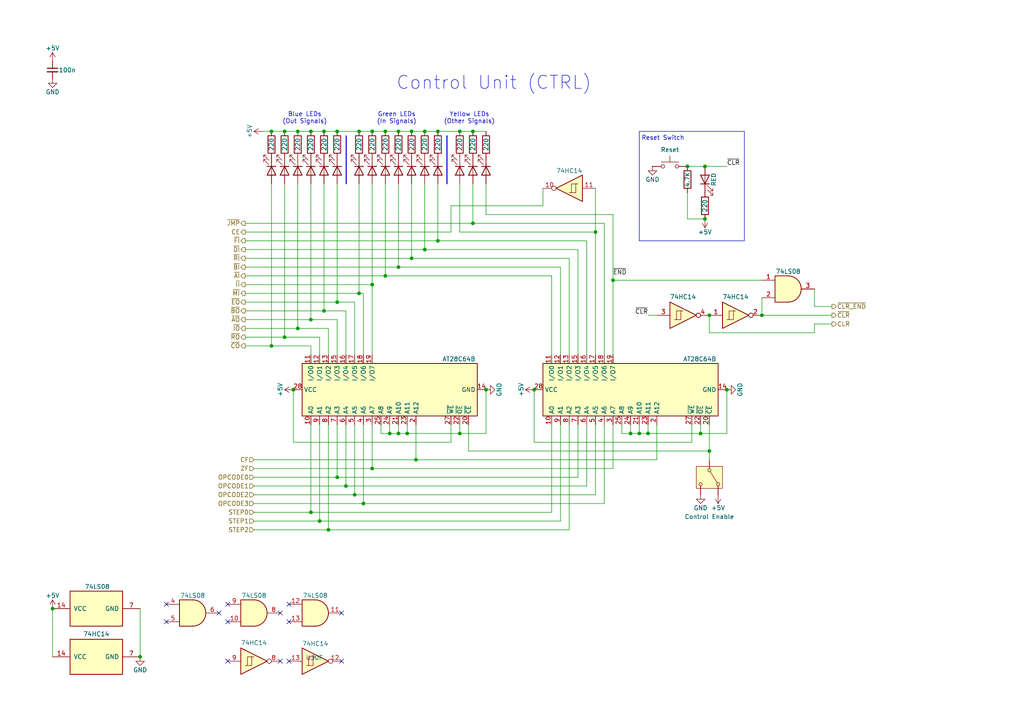
<source format=kicad_sch>
(kicad_sch (version 20250114) (generator "eeschema") (generator_version "9.0")
  (paper "A4")
  (lib_symbols
    (symbol "74xx:74HC14" (pin_names (offset 1.016))
      (property "Reference" "U" (at 0 1.27 0))
      (property "Value" "74HC14" (at 0 -1.27 0))
      (symbol "74HC14_1_0"
        (polyline (pts (xy -3.81 3.81) (xy -3.81 -3.81) (xy 3.81 0) (xy -3.81 3.81)) (stroke (width 0.254)) (fill (type background)))
        (pin input line (at -7.62 0 0) (length 3.81) (name "~") (number "1"))
        (pin output inverted (at 7.62 0 180) (length 3.81) (name "~") (number "2"))
      )
      (symbol "74HC14_1_1"
        (polyline (pts (xy -2.54 -1.27) (xy -0.635 -1.27) (xy -0.635 1.27) (xy 0 1.27)))
        (polyline (pts (xy -1.905 -1.27) (xy -1.905 1.27) (xy -0.635 1.27)))
      )
      (symbol "74HC14_2_0"
        (polyline (pts (xy -3.81 3.81) (xy -3.81 -3.81) (xy 3.81 0) (xy -3.81 3.81)) (stroke (width 0.254)) (fill (type background)))
        (pin input line (at -7.62 0 0) (length 3.81) (name "~") (number "3"))
        (pin output inverted (at 7.62 0 180) (length 3.81) (name "~") (number "4"))
      )
      (symbol "74HC14_2_1"
        (polyline (pts (xy -2.54 -1.27) (xy -0.635 -1.27) (xy -0.635 1.27) (xy 0 1.27)))
        (polyline (pts (xy -1.905 -1.27) (xy -1.905 1.27) (xy -0.635 1.27)))
      )
      (symbol "74HC14_3_0"
        (polyline (pts (xy -3.81 3.81) (xy -3.81 -3.81) (xy 3.81 0) (xy -3.81 3.81)) (stroke (width 0.254)) (fill (type background)))
        (pin input line (at -7.62 0 0) (length 3.81) (name "~") (number "5"))
        (pin output inverted (at 7.62 0 180) (length 3.81) (name "~") (number "6"))
      )
      (symbol "74HC14_3_1"
        (polyline (pts (xy -2.54 -1.27) (xy -0.635 -1.27) (xy -0.635 1.27) (xy 0 1.27)))
        (polyline (pts (xy -1.905 -1.27) (xy -1.905 1.27) (xy -0.635 1.27)))
      )
      (symbol "74HC14_4_0"
        (polyline (pts (xy -3.81 3.81) (xy -3.81 -3.81) (xy 3.81 0) (xy -3.81 3.81)) (stroke (width 0.254)) (fill (type background)))
        (pin input line (at -7.62 0 0) (length 3.81) (name "~") (number "9"))
        (pin output inverted (at 7.62 0 180) (length 3.81) (name "~") (number "8"))
      )
      (symbol "74HC14_4_1"
        (polyline (pts (xy -2.54 -1.27) (xy -0.635 -1.27) (xy -0.635 1.27) (xy 0 1.27)))
        (polyline (pts (xy -1.905 -1.27) (xy -1.905 1.27) (xy -0.635 1.27)))
      )
      (symbol "74HC14_5_0"
        (polyline (pts (xy -3.81 3.81) (xy -3.81 -3.81) (xy 3.81 0) (xy -3.81 3.81)) (stroke (width 0.254)) (fill (type background)))
        (pin input line (at -7.62 0 0) (length 3.81) (name "~") (number "11"))
        (pin output inverted (at 7.62 0 180) (length 3.81) (name "~") (number "10"))
      )
      (symbol "74HC14_5_1"
        (polyline (pts (xy -2.54 -1.27) (xy -0.635 -1.27) (xy -0.635 1.27) (xy 0 1.27)))
        (polyline (pts (xy -1.905 -1.27) (xy -1.905 1.27) (xy -0.635 1.27)))
      )
      (symbol "74HC14_6_0"
        (polyline (pts (xy -3.81 3.81) (xy -3.81 -3.81) (xy 3.81 0) (xy -3.81 3.81)) (stroke (width 0.254)) (fill (type background)))
        (pin input line (at -7.62 0 0) (length 3.81) (name "~") (number "13"))
        (pin output inverted (at 7.62 0 180) (length 3.81) (name "~") (number "12"))
      )
      (symbol "74HC14_6_1"
        (polyline (pts (xy -2.54 -1.27) (xy -0.635 -1.27) (xy -0.635 1.27) (xy 0 1.27)))
        (polyline (pts (xy -1.905 -1.27) (xy -1.905 1.27) (xy -0.635 1.27)))
      )
      (symbol "74HC14_7_0"
        (pin power_in line (at 0 12.7 270) (length 5.08) (name "VCC") (number "14"))
        (pin power_in line (at 0 -12.7 90) (length 5.08) (name "GND") (number "7"))
      )
      (symbol "74HC14_7_1"
        (rectangle (start -5.08 7.62) (end 5.08 -7.62) (stroke (width 0.254)) (fill (type background)))
      )
    )
    (symbol "74xx:74LS08" (pin_names (offset 1.016))
      (property "Reference" "U" (at 0 1.27 0))
      (property "Value" "74LS08" (at 0 -1.27 0))
      (symbol "74LS08_1_1"
        (arc (start 0 3.81) (mid 3.7934 0) (end 0 -3.81) (stroke (width 0.254)) (fill (type background)))
        (polyline (pts (xy 0 3.81) (xy -3.81 3.81) (xy -3.81 -3.81) (xy 0 -3.81)) (stroke (width 0.254)) (fill (type background)))
        (pin input line (at -7.62 2.54 0) (length 3.81) (name "~") (number "1"))
        (pin input line (at -7.62 -2.54 0) (length 3.81) (name "~") (number "2"))
        (pin output line (at 7.62 0 180) (length 3.81) (name "~") (number "3"))
      )
      (symbol "74LS08_1_2"
        (arc (start -3.81 3.81) (mid -2.589 0) (end -3.81 -3.81) (stroke (width 0.254)))
        (polyline (pts (xy -3.81 3.81) (xy -0.635 3.81)) (stroke (width 0.254)) (fill (type background)))
        (polyline (pts (xy -3.81 -3.81) (xy -0.635 -3.81)) (stroke (width 0.254)) (fill (type background)))
        (arc (start 3.81 0) (mid 2.1855 -2.584) (end -0.6096 -3.81) (stroke (width 0.254)) (fill (type background)))
        (arc (start -0.6096 3.81) (mid 2.1928 2.5924) (end 3.81 0) (stroke (width 0.254)) (fill (type background)))
        (polyline (pts (xy -0.635 3.81) (xy -3.81 3.81) (xy -3.81 3.81) (xy -3.556 3.4036) (xy -3.0226 2.2606) (xy -2.6924 1.0414) (xy -2.6162 -0.254) (xy -2.7686 -1.4986) (xy -3.175 -2.7178) (xy -3.81 -3.81) (xy -3.81 -3.81) (xy -0.635 -3.81)) (stroke (width -25.4)) (fill (type background)))
        (pin input inverted (at -7.62 2.54 0) (length 4.318) (name "~") (number "1"))
        (pin input inverted (at -7.62 -2.54 0) (length 4.318) (name "~") (number "2"))
        (pin output inverted (at 7.62 0 180) (length 3.81) (name "~") (number "3"))
      )
      (symbol "74LS08_2_1"
        (arc (start 0 3.81) (mid 3.7934 0) (end 0 -3.81) (stroke (width 0.254)) (fill (type background)))
        (polyline (pts (xy 0 3.81) (xy -3.81 3.81) (xy -3.81 -3.81) (xy 0 -3.81)) (stroke (width 0.254)) (fill (type background)))
        (pin input line (at -7.62 2.54 0) (length 3.81) (name "~") (number "4"))
        (pin input line (at -7.62 -2.54 0) (length 3.81) (name "~") (number "5"))
        (pin output line (at 7.62 0 180) (length 3.81) (name "~") (number "6"))
      )
      (symbol "74LS08_2_2"
        (arc (start -3.81 3.81) (mid -2.589 0) (end -3.81 -3.81) (stroke (width 0.254)))
        (polyline (pts (xy -3.81 3.81) (xy -0.635 3.81)) (stroke (width 0.254)) (fill (type background)))
        (polyline (pts (xy -3.81 -3.81) (xy -0.635 -3.81)) (stroke (width 0.254)) (fill (type background)))
        (arc (start 3.81 0) (mid 2.1855 -2.584) (end -0.6096 -3.81) (stroke (width 0.254)) (fill (type background)))
        (arc (start -0.6096 3.81) (mid 2.1928 2.5924) (end 3.81 0) (stroke (width 0.254)) (fill (type background)))
        (polyline (pts (xy -0.635 3.81) (xy -3.81 3.81) (xy -3.81 3.81) (xy -3.556 3.4036) (xy -3.0226 2.2606) (xy -2.6924 1.0414) (xy -2.6162 -0.254) (xy -2.7686 -1.4986) (xy -3.175 -2.7178) (xy -3.81 -3.81) (xy -3.81 -3.81) (xy -0.635 -3.81)) (stroke (width -25.4)) (fill (type background)))
        (pin input inverted (at -7.62 2.54 0) (length 4.318) (name "~") (number "4"))
        (pin input inverted (at -7.62 -2.54 0) (length 4.318) (name "~") (number "5"))
        (pin output inverted (at 7.62 0 180) (length 3.81) (name "~") (number "6"))
      )
      (symbol "74LS08_3_1"
        (arc (start 0 3.81) (mid 3.7934 0) (end 0 -3.81) (stroke (width 0.254)) (fill (type background)))
        (polyline (pts (xy 0 3.81) (xy -3.81 3.81) (xy -3.81 -3.81) (xy 0 -3.81)) (stroke (width 0.254)) (fill (type background)))
        (pin input line (at -7.62 2.54 0) (length 3.81) (name "~") (number "9"))
        (pin input line (at -7.62 -2.54 0) (length 3.81) (name "~") (number "10"))
        (pin output line (at 7.62 0 180) (length 3.81) (name "~") (number "8"))
      )
      (symbol "74LS08_3_2"
        (arc (start -3.81 3.81) (mid -2.589 0) (end -3.81 -3.81) (stroke (width 0.254)))
        (polyline (pts (xy -3.81 3.81) (xy -0.635 3.81)) (stroke (width 0.254)) (fill (type background)))
        (polyline (pts (xy -3.81 -3.81) (xy -0.635 -3.81)) (stroke (width 0.254)) (fill (type background)))
        (arc (start 3.81 0) (mid 2.1855 -2.584) (end -0.6096 -3.81) (stroke (width 0.254)) (fill (type background)))
        (arc (start -0.6096 3.81) (mid 2.1928 2.5924) (end 3.81 0) (stroke (width 0.254)) (fill (type background)))
        (polyline (pts (xy -0.635 3.81) (xy -3.81 3.81) (xy -3.81 3.81) (xy -3.556 3.4036) (xy -3.0226 2.2606) (xy -2.6924 1.0414) (xy -2.6162 -0.254) (xy -2.7686 -1.4986) (xy -3.175 -2.7178) (xy -3.81 -3.81) (xy -3.81 -3.81) (xy -0.635 -3.81)) (stroke (width -25.4)) (fill (type background)))
        (pin input inverted (at -7.62 2.54 0) (length 4.318) (name "~") (number "9"))
        (pin input inverted (at -7.62 -2.54 0) (length 4.318) (name "~") (number "10"))
        (pin output inverted (at 7.62 0 180) (length 3.81) (name "~") (number "8"))
      )
      (symbol "74LS08_4_1"
        (arc (start 0 3.81) (mid 3.7934 0) (end 0 -3.81) (stroke (width 0.254)) (fill (type background)))
        (polyline (pts (xy 0 3.81) (xy -3.81 3.81) (xy -3.81 -3.81) (xy 0 -3.81)) (stroke (width 0.254)) (fill (type background)))
        (pin input line (at -7.62 2.54 0) (length 3.81) (name "~") (number "12"))
        (pin input line (at -7.62 -2.54 0) (length 3.81) (name "~") (number "13"))
        (pin output line (at 7.62 0 180) (length 3.81) (name "~") (number "11"))
      )
      (symbol "74LS08_4_2"
        (arc (start -3.81 3.81) (mid -2.589 0) (end -3.81 -3.81) (stroke (width 0.254)))
        (polyline (pts (xy -3.81 3.81) (xy -0.635 3.81)) (stroke (width 0.254)) (fill (type background)))
        (polyline (pts (xy -3.81 -3.81) (xy -0.635 -3.81)) (stroke (width 0.254)) (fill (type background)))
        (arc (start 3.81 0) (mid 2.1855 -2.584) (end -0.6096 -3.81) (stroke (width 0.254)) (fill (type background)))
        (arc (start -0.6096 3.81) (mid 2.1928 2.5924) (end 3.81 0) (stroke (width 0.254)) (fill (type background)))
        (polyline (pts (xy -0.635 3.81) (xy -3.81 3.81) (xy -3.81 3.81) (xy -3.556 3.4036) (xy -3.0226 2.2606) (xy -2.6924 1.0414) (xy -2.6162 -0.254) (xy -2.7686 -1.4986) (xy -3.175 -2.7178) (xy -3.81 -3.81) (xy -3.81 -3.81) (xy -0.635 -3.81)) (stroke (width -25.4)) (fill (type background)))
        (pin input inverted (at -7.62 2.54 0) (length 4.318) (name "~") (number "12"))
        (pin input inverted (at -7.62 -2.54 0) (length 4.318) (name "~") (number "13"))
        (pin output inverted (at 7.62 0 180) (length 3.81) (name "~") (number "11"))
      )
      (symbol "74LS08_5_0"
        (pin power_in line (at 0 12.7 270) (length 5.08) (name "VCC") (number "14"))
        (pin power_in line (at 0 -12.7 90) (length 5.08) (name "GND") (number "7"))
      )
      (symbol "74LS08_5_1"
        (rectangle (start -5.08 7.62) (end 5.08 -7.62) (stroke (width 0.254)) (fill (type background)))
      )
    )
    (symbol "Device:C_Small" (pin_numbers (hide yes)) (pin_names (offset 0.254) (hide yes))
      (property "Reference" "C" (at 0.254 1.778 0))
      (property "Value" "C_Small" (at 0.254 -2.032 0))
      (symbol "C_Small_0_1"
        (polyline (pts (xy -1.524 0.508) (xy 1.524 0.508)) (stroke (width 0.3048)))
        (polyline (pts (xy -1.524 -0.508) (xy 1.524 -0.508)) (stroke (width 0.3302)))
      )
      (symbol "C_Small_1_1"
        (pin passive line (at 0 2.54 270) (length 2.032) (name "~") (number "1"))
        (pin passive line (at 0 -2.54 90) (length 2.032) (name "~") (number "2"))
      )
    )
    (symbol "Device:LED" (pin_numbers (hide yes)) (pin_names (offset 1.016) (hide yes))
      (property "Reference" "D" (at 0 2.54 0))
      (property "Value" "LED" (at 0 -2.54 0))
      (symbol "LED_0_1"
        (polyline (pts (xy -3.048 -0.762) (xy -4.572 -2.286) (xy -3.81 -2.286) (xy -4.572 -2.286) (xy -4.572 -1.524)))
        (polyline (pts (xy -1.778 -0.762) (xy -3.302 -2.286) (xy -2.54 -2.286) (xy -3.302 -2.286) (xy -3.302 -1.524)))
        (polyline (pts (xy -1.27 0) (xy 1.27 0)))
        (polyline (pts (xy -1.27 -1.27) (xy -1.27 1.27)) (stroke (width 0.254)))
        (polyline (pts (xy 1.27 -1.27) (xy 1.27 1.27) (xy -1.27 0) (xy 1.27 -1.27)) (stroke (width 0.254)))
      )
      (symbol "LED_1_1"
        (pin passive line (at -3.81 0 0) (length 2.54) (name "K") (number "1"))
        (pin passive line (at 3.81 0 180) (length 2.54) (name "A") (number "2"))
      )
    )
    (symbol "Device:R" (pin_numbers (hide yes)) (pin_names (offset 0))
      (property "Reference" "R" (at 2.032 0 90))
      (property "Value" "R" (at 0 0 90))
      (symbol "R_0_1"
        (rectangle (start -1.016 -2.54) (end 1.016 2.54) (stroke (width 0.254)))
      )
      (symbol "R_1_1"
        (pin passive line (at 0 3.81 270) (length 1.27) (name "~") (number "1"))
        (pin passive line (at 0 -3.81 90) (length 1.27) (name "~") (number "2"))
      )
    )
    (symbol "Memory_EEPROM:KM28C64A"
      (property "Reference" "U" (at -7.62 26.67 0))
      (property "Value" "KM28C64A" (at 2.54 -26.67 0))
      (symbol "KM28C64A_1_1"
        (rectangle (start -7.62 25.4) (end 7.62 -25.4) (stroke (width 0.254)) (fill (type background)))
        (pin input line (at -10.16 22.86 0) (length 2.54) (name "A0") (number "10"))
        (pin input line (at -10.16 20.32 0) (length 2.54) (name "A1") (number "9"))
        (pin input line (at -10.16 17.78 0) (length 2.54) (name "A2") (number "8"))
        (pin input line (at -10.16 15.24 0) (length 2.54) (name "A3") (number "7"))
        (pin input line (at -10.16 12.7 0) (length 2.54) (name "A4") (number "6"))
        (pin input line (at -10.16 10.16 0) (length 2.54) (name "A5") (number "5"))
        (pin input line (at -10.16 7.62 0) (length 2.54) (name "A6") (number "4"))
        (pin input line (at -10.16 5.08 0) (length 2.54) (name "A7") (number "3"))
        (pin input line (at -10.16 2.54 0) (length 2.54) (name "A8") (number "25"))
        (pin input line (at -10.16 0 0) (length 2.54) (name "A9") (number "24"))
        (pin input line (at -10.16 -2.54 0) (length 2.54) (name "A10") (number "21"))
        (pin input line (at -10.16 -5.08 0) (length 2.54) (name "A11") (number "23"))
        (pin input line (at -10.16 -7.62 0) (length 2.54) (name "A12") (number "2"))
        (pin input line (at -10.16 -17.78 0) (length 2.54) (name "~{WE}") (number "27"))
        (pin input line (at -10.16 -20.32 0) (length 2.54) (name "~{OE}") (number "22"))
        (pin input line (at -10.16 -22.86 0) (length 2.54) (name "~{CE}") (number "20"))
        (pin no_connect line (at -7.62 -12.7 0) (length 2.54) (hide yes) (name "NC") (number "1"))
        (pin power_in line (at 0 27.94 270) (length 2.54) (name "VCC") (number "28"))
        (pin power_in line (at 0 -27.94 90) (length 2.54) (name "GND") (number "14"))
        (pin no_connect line (at 7.62 -17.78 180) (length 2.54) (hide yes) (name "NC") (number "26"))
        (pin tri_state line (at 10.16 22.86 180) (length 2.54) (name "I/O0") (number "11"))
        (pin tri_state line (at 10.16 20.32 180) (length 2.54) (name "I/O1") (number "12"))
        (pin tri_state line (at 10.16 17.78 180) (length 2.54) (name "I/O2") (number "13"))
        (pin tri_state line (at 10.16 15.24 180) (length 2.54) (name "I/O3") (number "15"))
        (pin tri_state line (at 10.16 12.7 180) (length 2.54) (name "I/O4") (number "16"))
        (pin tri_state line (at 10.16 10.16 180) (length 2.54) (name "I/O5") (number "17"))
        (pin tri_state line (at 10.16 7.62 180) (length 2.54) (name "I/O6") (number "18"))
        (pin tri_state line (at 10.16 5.08 180) (length 2.54) (name "I/O7") (number "19"))
      )
    )
    (symbol "Switch:SW_Push" (pin_numbers (hide yes)) (pin_names (offset 1.016) (hide yes))
      (property "Reference" "SW" (at 1.27 2.54 0))
      (property "Value" "SW_Push" (at 0 -1.524 0))
      (symbol "SW_Push_0_1"
        (circle (center -2.032 0) (radius 0.508))
        (polyline (pts (xy 0 1.27) (xy 0 3.048)))
        (circle (center 2.032 0) (radius 0.508))
        (polyline (pts (xy 2.54 1.27) (xy -2.54 1.27)))
        (pin passive line (at -5.08 0 0) (length 2.54) (name "1") (number "1"))
        (pin passive line (at 5.08 0 180) (length 2.54) (name "2") (number "2"))
      )
    )
    (symbol "Switch:SW_SPDT" (pin_numbers (hide yes)) (pin_names (offset 0) (hide yes))
      (property "Reference" "SW" (at 0 5.08 0))
      (property "Value" "SW_SPDT" (at 0 -5.08 0))
      (symbol "SW_SPDT_0_1"
        (circle (center -2.032 0) (radius 0.4572))
        (polyline (pts (xy -1.651 0.254) (xy 1.651 2.286)))
        (circle (center 2.032 2.54) (radius 0.4572))
        (circle (center 2.032 -2.54) (radius 0.4572))
      )
      (symbol "SW_SPDT_1_1"
        (rectangle (start -3.175 3.81) (end 3.175 -3.81) (fill (type background)))
        (pin passive line (at -5.08 0 0) (length 2.54) (name "B") (number "2"))
        (pin passive line (at 5.08 2.54 180) (length 2.54) (name "A") (number "1"))
        (pin passive line (at 5.08 -2.54 180) (length 2.54) (name "C") (number "3"))
      )
    )
    (symbol "power:+5V" (power) (pin_numbers (hide yes)) (pin_names (offset 0) (hide yes))
      (property "Value" "+5V" (at 0 3.556 0))
      (symbol "+5V_0_1"
        (polyline (pts (xy -0.762 1.27) (xy 0 2.54)))
        (polyline (pts (xy 0 2.54) (xy 0.762 1.27)))
        (polyline (pts (xy 0 0) (xy 0 2.54)))
      )
      (symbol "+5V_1_1"
        (pin power_in line (at 0 0 90) (length 0) (name "~") (number "1"))
      )
    )
    (symbol "power:GND" (power) (pin_numbers (hide yes)) (pin_names (offset 0) (hide yes))
      (property "Value" "GND" (at 0 -3.81 0))
      (symbol "GND_0_1"
        (polyline (pts (xy 0 0) (xy 0 -1.27) (xy 1.27 -1.27) (xy 0 -2.54) (xy -1.27 -1.27) (xy 0 -1.27)))
      )
      (symbol "GND_1_1"
        (pin power_in line (at 0 0 270) (length 0) (name "~") (number "1"))
      )
    )
  )
  (rectangle (start 129.54 39.37) (end 129.7178 53.34))
  (rectangle (start 185.42 38.1) (end 215.9 69.85))
  (rectangle (start 100.33 39.37) (end 100.5078 53.34))
  (text "Control Unit (CTRL)" (at 143.256 24.13 0) (effects (font (size 3.81 3.81))))
  (text "Reset Switch" (at 192.278 40.132 0) (effects (font (size 1.27 1.27))))
  (text "Yellow LEDs\n(Other Signals)" (at 136.144 34.29 0) (effects (font (size 1.27 1.27))))
  (text "Blue LEDs\n(Out Signals)" (at 88.392 34.29 0) (effects (font (size 1.27 1.27))))
  (text "Green LEDs\n(In Signals)" (at 115.062 34.29 0) (effects (font (size 1.27 1.27))))
  (junction (at 187.96 125.73))
  (junction (at 111.76 38.1))
  (junction (at 182.88 125.73))
  (junction (at 40.64 190.5))
  (junction (at 90.17 38.1))
  (junction (at 123.19 72.39))
  (junction (at 97.79 38.1))
  (junction (at 107.95 38.1))
  (junction (at 137.16 38.1))
  (junction (at 123.19 38.1))
  (junction (at 95.25 153.67))
  (junction (at 220.98 91.44))
  (junction (at 90.17 148.59))
  (junction (at 104.14 85.09))
  (junction (at 154.94 113.03))
  (junction (at 204.47 63.5))
  (junction (at 82.55 97.79))
  (junction (at 115.57 38.1))
  (junction (at 119.38 74.93))
  (junction (at 93.98 38.1))
  (junction (at 199.39 48.26))
  (junction (at 82.55 38.1))
  (junction (at 86.36 38.1))
  (junction (at 205.74 130.81))
  (junction (at 210.82 113.03))
  (junction (at 107.95 82.55))
  (junction (at 119.38 38.1))
  (junction (at 127 69.85))
  (junction (at 115.57 77.47))
  (junction (at 85.09 113.03))
  (junction (at 15.24 176.53))
  (junction (at 86.36 95.25))
  (junction (at 204.47 48.26))
  (junction (at 111.76 80.01))
  (junction (at 93.98 90.17))
  (junction (at 133.35 125.73))
  (junction (at 118.11 125.73))
  (junction (at 185.42 125.73))
  (junction (at 127 38.1))
  (junction (at 92.71 151.13))
  (junction (at 105.41 146.05))
  (junction (at 107.95 135.89))
  (junction (at 97.79 138.43))
  (junction (at 140.97 113.03))
  (junction (at 78.74 38.1))
  (junction (at 137.16 64.77))
  (junction (at 97.79 87.63))
  (junction (at 177.8 81.28))
  (junction (at 203.2 125.73))
  (junction (at 100.33 140.97))
  (junction (at 120.65 133.35))
  (junction (at 133.35 38.1))
  (junction (at 90.17 92.71))
  (junction (at 102.87 143.51))
  (junction (at 113.03 125.73))
  (junction (at 205.74 91.44))
  (junction (at 115.57 125.73))
  (junction (at 104.14 38.1))
  (junction (at 78.74 100.33))
  (junction (at 172.72 67.31))
  (no_connect (at 48.26 180.34))
  (no_connect (at 63.5 177.8))
  (no_connect (at 66.04 191.77))
  (no_connect (at 83.82 180.34))
  (no_connect (at 66.04 175.26))
  (no_connect (at 81.28 177.8))
  (no_connect (at 48.26 175.26))
  (no_connect (at 83.82 191.77))
  (no_connect (at 83.82 175.26))
  (no_connect (at 99.06 177.8))
  (no_connect (at 81.28 191.77))
  (no_connect (at 66.04 180.34))
  (no_connect (at 99.06 191.77))
  (wire (pts (xy 123.19 38.1) (xy 127 38.1)))
  (wire (pts (xy 105.41 146.05) (xy 105.41 123.19)))
  (wire (pts (xy 236.22 93.98) (xy 241.3 93.98)))
  (wire (pts (xy 107.95 38.1) (xy 111.76 38.1)))
  (wire (pts (xy 107.95 102.87) (xy 107.95 82.55)))
  (wire (pts (xy 111.76 38.1) (xy 115.57 38.1)))
  (wire (pts (xy 236.22 96.52) (xy 236.22 93.98)))
  (wire (pts (xy 140.97 53.34) (xy 140.97 62.23)))
  (wire (pts (xy 71.12 100.33) (xy 78.74 100.33)))
  (wire (pts (xy 71.12 74.93) (xy 119.38 74.93)))
  (wire (pts (xy 71.12 90.17) (xy 93.98 90.17)))
  (wire (pts (xy 135.89 123.19) (xy 135.89 130.81)))
  (wire (pts (xy 187.96 91.44) (xy 190.5 91.44)))
  (wire (pts (xy 115.57 77.47) (xy 162.56 77.47)))
  (wire (pts (xy 177.8 62.23) (xy 177.8 81.28)))
  (wire (pts (xy 137.16 64.77) (xy 175.26 64.77)))
  (wire (pts (xy 90.17 102.87) (xy 90.17 100.33)))
  (wire (pts (xy 204.47 48.26) (xy 210.82 48.26)))
  (wire (pts (xy 203.2 125.73) (xy 210.82 125.73)))
  (wire (pts (xy 71.12 77.47) (xy 115.57 77.47)))
  (wire (pts (xy 120.65 133.35) (xy 120.65 123.19)))
  (wire (pts (xy 93.98 90.17) (xy 100.33 90.17)))
  (wire (pts (xy 111.76 53.34) (xy 111.76 80.01)))
  (wire (pts (xy 110.49 123.19) (xy 110.49 125.73)))
  (wire (pts (xy 71.12 97.79) (xy 82.55 97.79)))
  (wire (pts (xy 73.66 135.89) (xy 107.95 135.89)))
  (wire (pts (xy 180.34 125.73) (xy 182.88 125.73)))
  (wire (pts (xy 167.64 123.19) (xy 167.64 138.43)))
  (wire (pts (xy 95.25 153.67) (xy 95.25 123.19)))
  (wire (pts (xy 177.8 81.28) (xy 220.98 81.28)))
  (wire (pts (xy 167.64 138.43) (xy 97.79 138.43)))
  (wire (pts (xy 78.74 53.34) (xy 78.74 100.33)))
  (wire (pts (xy 107.95 53.34) (xy 107.95 82.55)))
  (wire (pts (xy 71.12 72.39) (xy 123.19 72.39)))
  (wire (pts (xy 135.89 130.81) (xy 205.74 130.81)))
  (wire (pts (xy 73.66 140.97) (xy 100.33 140.97)))
  (wire (pts (xy 172.72 143.51) (xy 102.87 143.51)))
  (wire (pts (xy 86.36 53.34) (xy 86.36 95.25)))
  (wire (pts (xy 73.66 143.51) (xy 102.87 143.51)))
  (wire (pts (xy 175.26 123.19) (xy 175.26 146.05)))
  (wire (pts (xy 236.22 83.82) (xy 236.22 88.9)))
  (wire (pts (xy 73.66 133.35) (xy 120.65 133.35)))
  (wire (pts (xy 127 38.1) (xy 133.35 38.1)))
  (wire (pts (xy 119.38 74.93) (xy 165.1 74.93)))
  (wire (pts (xy 133.35 123.19) (xy 133.35 125.73)))
  (wire (pts (xy 199.39 63.5) (xy 204.47 63.5)))
  (wire (pts (xy 90.17 148.59) (xy 90.17 123.19)))
  (wire (pts (xy 115.57 123.19) (xy 115.57 125.73)))
  (wire (pts (xy 119.38 38.1) (xy 123.19 38.1)))
  (wire (pts (xy 203.2 123.19) (xy 203.2 125.73)))
  (wire (pts (xy 165.1 123.19) (xy 165.1 153.67)))
  (wire (pts (xy 205.74 123.19) (xy 205.74 130.81)))
  (wire (pts (xy 104.14 85.09) (xy 105.41 85.09)))
  (wire (pts (xy 157.48 59.69) (xy 130.81 59.69)))
  (wire (pts (xy 76.2 38.1) (xy 78.74 38.1)))
  (wire (pts (xy 97.79 102.87) (xy 97.79 92.71)))
  (wire (pts (xy 73.66 151.13) (xy 92.71 151.13)))
  (wire (pts (xy 210.82 125.73) (xy 210.82 113.03)))
  (wire (pts (xy 157.48 54.61) (xy 157.48 59.69)))
  (wire (pts (xy 86.36 38.1) (xy 90.17 38.1)))
  (wire (pts (xy 71.12 92.71) (xy 90.17 92.71)))
  (wire (pts (xy 185.42 123.19) (xy 185.42 125.73)))
  (wire (pts (xy 71.12 85.09) (xy 104.14 85.09)))
  (wire (pts (xy 97.79 38.1) (xy 104.14 38.1)))
  (wire (pts (xy 93.98 38.1) (xy 97.79 38.1)))
  (wire (pts (xy 177.8 123.19) (xy 177.8 135.89)))
  (wire (pts (xy 15.24 176.53) (xy 15.24 190.5)))
  (wire (pts (xy 182.88 123.19) (xy 182.88 125.73)))
  (wire (pts (xy 220.98 86.36) (xy 220.98 91.44)))
  (wire (pts (xy 73.66 146.05) (xy 105.41 146.05)))
  (wire (pts (xy 82.55 38.1) (xy 86.36 38.1)))
  (wire (pts (xy 73.66 138.43) (xy 97.79 138.43)))
  (wire (pts (xy 97.79 138.43) (xy 97.79 123.19)))
  (wire (pts (xy 172.72 123.19) (xy 172.72 143.51)))
  (wire (pts (xy 170.18 123.19) (xy 170.18 140.97)))
  (wire (pts (xy 71.12 95.25) (xy 86.36 95.25)))
  (wire (pts (xy 190.5 133.35) (xy 120.65 133.35)))
  (wire (pts (xy 78.74 38.1) (xy 82.55 38.1)))
  (wire (pts (xy 236.22 88.9) (xy 241.3 88.9)))
  (wire (pts (xy 115.57 38.1) (xy 119.38 38.1)))
  (wire (pts (xy 154.94 128.27) (xy 154.94 113.03)))
  (wire (pts (xy 190.5 123.19) (xy 190.5 133.35)))
  (wire (pts (xy 160.02 148.59) (xy 90.17 148.59)))
  (wire (pts (xy 130.81 123.19) (xy 130.81 128.27)))
  (wire (pts (xy 107.95 135.89) (xy 107.95 123.19)))
  (wire (pts (xy 85.09 128.27) (xy 85.09 113.03)))
  (wire (pts (xy 167.64 102.87) (xy 167.64 72.39)))
  (wire (pts (xy 177.8 81.28) (xy 177.8 102.87)))
  (wire (pts (xy 115.57 53.34) (xy 115.57 77.47)))
  (wire (pts (xy 200.66 123.19) (xy 200.66 128.27)))
  (wire (pts (xy 175.26 146.05) (xy 105.41 146.05)))
  (wire (pts (xy 40.64 176.53) (xy 40.64 190.5)))
  (wire (pts (xy 177.8 135.89) (xy 107.95 135.89)))
  (wire (pts (xy 199.39 55.88) (xy 199.39 63.5)))
  (wire (pts (xy 82.55 53.34) (xy 82.55 97.79)))
  (wire (pts (xy 200.66 128.27) (xy 154.94 128.27)))
  (wire (pts (xy 73.66 148.59) (xy 90.17 148.59)))
  (wire (pts (xy 170.18 102.87) (xy 170.18 69.85)))
  (wire (pts (xy 187.96 125.73) (xy 203.2 125.73)))
  (wire (pts (xy 102.87 102.87) (xy 102.87 87.63)))
  (wire (pts (xy 130.81 128.27) (xy 85.09 128.27)))
  (wire (pts (xy 102.87 143.51) (xy 102.87 123.19)))
  (wire (pts (xy 140.97 62.23) (xy 177.8 62.23)))
  (wire (pts (xy 118.11 125.73) (xy 133.35 125.73)))
  (wire (pts (xy 160.02 102.87) (xy 160.02 80.01)))
  (wire (pts (xy 92.71 151.13) (xy 92.71 123.19)))
  (wire (pts (xy 182.88 125.73) (xy 185.42 125.73)))
  (wire (pts (xy 162.56 102.87) (xy 162.56 77.47)))
  (wire (pts (xy 90.17 38.1) (xy 93.98 38.1)))
  (wire (pts (xy 162.56 123.19) (xy 162.56 151.13)))
  (wire (pts (xy 133.35 67.31) (xy 172.72 67.31)))
  (wire (pts (xy 123.19 72.39) (xy 167.64 72.39)))
  (wire (pts (xy 175.26 102.87) (xy 175.26 64.77)))
  (wire (pts (xy 82.55 97.79) (xy 92.71 97.79)))
  (wire (pts (xy 199.39 48.26) (xy 204.47 48.26)))
  (wire (pts (xy 165.1 102.87) (xy 165.1 74.93)))
  (wire (pts (xy 172.72 102.87) (xy 172.72 67.31)))
  (wire (pts (xy 73.66 153.67) (xy 95.25 153.67)))
  (wire (pts (xy 160.02 123.19) (xy 160.02 148.59)))
  (wire (pts (xy 90.17 92.71) (xy 97.79 92.71)))
  (wire (pts (xy 185.42 125.73) (xy 187.96 125.73)))
  (wire (pts (xy 71.12 82.55) (xy 107.95 82.55)))
  (wire (pts (xy 86.36 95.25) (xy 95.25 95.25)))
  (wire (pts (xy 205.74 96.52) (xy 236.22 96.52)))
  (wire (pts (xy 105.41 102.87) (xy 105.41 85.09)))
  (wire (pts (xy 113.03 125.73) (xy 115.57 125.73)))
  (wire (pts (xy 130.81 59.69) (xy 130.81 67.31)))
  (wire (pts (xy 180.34 123.19) (xy 180.34 125.73)))
  (wire (pts (xy 118.11 123.19) (xy 118.11 125.73)))
  (wire (pts (xy 104.14 38.1) (xy 107.95 38.1)))
  (wire (pts (xy 133.35 125.73) (xy 140.97 125.73)))
  (wire (pts (xy 172.72 54.61) (xy 172.72 67.31)))
  (wire (pts (xy 162.56 151.13) (xy 92.71 151.13)))
  (wire (pts (xy 165.1 153.67) (xy 95.25 153.67)))
  (wire (pts (xy 137.16 53.34) (xy 137.16 64.77)))
  (wire (pts (xy 187.96 123.19) (xy 187.96 125.73)))
  (wire (pts (xy 71.12 69.85) (xy 127 69.85)))
  (wire (pts (xy 104.14 53.34) (xy 104.14 85.09)))
  (wire (pts (xy 78.74 100.33) (xy 90.17 100.33)))
  (wire (pts (xy 137.16 38.1) (xy 140.97 38.1)))
  (wire (pts (xy 95.25 102.87) (xy 95.25 95.25)))
  (wire (pts (xy 133.35 53.34) (xy 133.35 67.31)))
  (wire (pts (xy 100.33 102.87) (xy 100.33 90.17)))
  (wire (pts (xy 90.17 53.34) (xy 90.17 92.71)))
  (wire (pts (xy 205.74 96.52) (xy 205.74 91.44)))
  (wire (pts (xy 220.98 91.44) (xy 241.3 91.44)))
  (wire (pts (xy 71.12 64.77) (xy 137.16 64.77)))
  (wire (pts (xy 97.79 53.34) (xy 97.79 87.63)))
  (wire (pts (xy 97.79 87.63) (xy 102.87 87.63)))
  (wire (pts (xy 110.49 125.73) (xy 113.03 125.73)))
  (wire (pts (xy 170.18 140.97) (xy 100.33 140.97)))
  (wire (pts (xy 140.97 113.03) (xy 140.97 125.73)))
  (wire (pts (xy 115.57 125.73) (xy 118.11 125.73)))
  (wire (pts (xy 93.98 53.34) (xy 93.98 90.17)))
  (wire (pts (xy 100.33 140.97) (xy 100.33 123.19)))
  (wire (pts (xy 205.74 130.81) (xy 205.74 133.35)))
  (wire (pts (xy 133.35 38.1) (xy 137.16 38.1)))
  (wire (pts (xy 127 53.34) (xy 127 69.85)))
  (wire (pts (xy 71.12 67.31) (xy 130.81 67.31)))
  (wire (pts (xy 123.19 53.34) (xy 123.19 72.39)))
  (wire (pts (xy 111.76 80.01) (xy 160.02 80.01)))
  (wire (pts (xy 113.03 123.19) (xy 113.03 125.73)))
  (wire (pts (xy 127 69.85) (xy 170.18 69.85)))
  (wire (pts (xy 92.71 102.87) (xy 92.71 97.79)))
  (wire (pts (xy 71.12 87.63) (xy 97.79 87.63)))
  (wire (pts (xy 71.12 80.01) (xy 111.76 80.01)))
  (wire (pts (xy 119.38 53.34) (xy 119.38 74.93)))
  (label "~{CLR}" (at 210.82 48.26 0))
  (label "~{CLR}" (at 187.96 91.44 180))
  (label "~{END}" (at 177.8 80.01 0))
  (hierarchical_label "CLR" (shape output) (at 241.3 93.98 0))
  (hierarchical_label "~{JMP}" (shape output) (at 71.12 64.77 180))
  (hierarchical_label "~{DI}" (shape output) (at 71.12 72.39 180))
  (hierarchical_label "~{CLR_END}" (shape output) (at 241.3 88.9 0))
  (hierarchical_label "~{AO}" (shape output) (at 71.12 92.71 180))
  (hierarchical_label "STEP0" (shape input) (at 73.66 148.59 180))
  (hierarchical_label "OPCODE0" (shape input) (at 73.66 138.43 180))
  (hierarchical_label "STEP2" (shape input) (at 73.66 153.67 180))
  (hierarchical_label "~{FI}" (shape output) (at 71.12 69.85 180))
  (hierarchical_label "~{RO}" (shape output) (at 71.12 97.79 180))
  (hierarchical_label "~{BI}" (shape output) (at 71.12 77.47 180))
  (hierarchical_label "OPCODE3" (shape input) (at 73.66 146.05 180))
  (hierarchical_label "OPCODE1" (shape input) (at 73.66 140.97 180))
  (hierarchical_label "OPCODE2" (shape input) (at 73.66 143.51 180))
  (hierarchical_label "~{MI}" (shape output) (at 71.12 85.09 180))
  (hierarchical_label "~{RI}" (shape output) (at 71.12 74.93 180))
  (hierarchical_label "~{AI}" (shape output) (at 71.12 80.01 180))
  (hierarchical_label "~{IO}" (shape output) (at 71.12 95.25 180))
  (hierarchical_label "~{CO}" (shape output) (at 71.12 100.33 180))
  (hierarchical_label "STEP1" (shape input) (at 73.66 151.13 180))
  (hierarchical_label "CE" (shape output) (at 71.12 67.31 180))
  (hierarchical_label "ZF" (shape input) (at 73.66 135.89 180))
  (hierarchical_label "~{II}" (shape output) (at 71.12 82.55 180))
  (hierarchical_label "~{CLR}" (shape output) (at 241.3 91.44 0))
  (hierarchical_label "~{EO}" (shape output) (at 71.12 87.63 180))
  (hierarchical_label "~{BO}" (shape output) (at 71.12 90.17 180))
  (hierarchical_label "CF" (shape input) (at 73.66 133.35 180))
  (symbol (lib_id "Device:R") (at 82.55 41.91 0) (unit 1)
    (property "Reference" "R81" (effects (hide yes)))
    (property "Value" "220" (at 82.55 41.91 90))
    (property "Footprint" "Resistor_THT:R_Axial_DIN0207_L6.3mm_D2.5mm_P7.62mm_Horizontal" (effects (hide yes)))
    (property "Description" "Resistor" (effects (hide yes)))
  )
  (symbol (lib_id "Device:LED") (at 107.95 49.53 270) (unit 1)
    (property "Reference" "D77" (effects (hide yes)))
    (property "Value" "GRN" (effects (hide yes)))
    (property "Footprint" "LED_THT:LED_D5.0mm" (effects (hide yes)))
    (property "Description" "Light emitting diode" (effects (hide yes)))
    (property "Sim.Pins" "1=K 2=A" (effects (hide yes)))
  )
  (symbol (lib_id "Device:R") (at 123.19 41.91 0) (unit 1)
    (property "Reference" "R84" (effects (hide yes)))
    (property "Value" "220" (at 123.19 41.91 90))
    (property "Footprint" "Resistor_THT:R_Axial_DIN0207_L6.3mm_D2.5mm_P7.62mm_Horizontal" (effects (hide yes)))
    (property "Description" "Resistor" (effects (hide yes)))
  )
  (symbol (lib_id "power:GND") (at 203.2 143.51 0) (unit 1)
    (property "Reference" "#PWR094" (effects (hide yes)))
    (property "Value" "GND" (at 201.168 147.32 0) (effects (justify left)))
    (property "Description" "Power symbol creates a global label with name \"GND\" , ground" (effects (hide yes)))
  )
  (symbol (lib_id "Switch:SW_Push") (at 194.31 48.26 0) (unit 1)
    (property "Reference" "SWBU5" (effects (hide yes)))
    (property "Value" "Reset" (at 194.31 43.434 0))
    (property "Footprint" "Button_Switch_THT:SW_PUSH_6mm" (effects (hide yes)))
    (property "Description" "Push button switch, generic, two pins" (effects (hide yes)))
  )
  (symbol (lib_id "Device:R") (at 137.16 41.91 0) (unit 1)
    (property "Reference" "R91" (effects (hide yes)))
    (property "Value" "220" (at 137.16 41.91 90))
    (property "Footprint" "Resistor_THT:R_Axial_DIN0207_L6.3mm_D2.5mm_P7.62mm_Horizontal" (effects (hide yes)))
    (property "Description" "Resistor" (effects (hide yes)))
  )
  (symbol (lib_id "74xx:74LS08") (at 73.66 177.8 0) (unit 3)
    (property "Reference" "U29" (effects (hide yes)))
    (property "Value" "74LS08" (at 73.66 172.72 0))
    (property "Footprint" "Package_DIP:DIP-14_W7.62mm_Socket_LongPads" (effects (hide yes)))
    (property "Datasheet" "http://www.ti.com/lit/gpn/sn74LS08" (effects (hide yes)))
    (property "Description" "Quad And2" (effects (hide yes)))
  )
  (symbol (lib_id "power:GND") (at 40.64 190.5 0) (unit 1)
    (property "Reference" "#PWR0102" (effects (hide yes)))
    (property "Value" "GND" (at 38.608 194.31 0) (effects (justify left)))
    (property "Description" "Power symbol creates a global label with name \"GND\" , ground" (effects (hide yes)))
  )
  (symbol (lib_id "74xx:74LS08") (at 27.94 176.53 90) (unit 5)
    (property "Reference" "U29" (effects (hide yes)))
    (property "Value" "74LS08" (at 28.194 170.18 90))
    (property "Footprint" "Package_DIP:DIP-14_W7.62mm_Socket_LongPads" (effects (hide yes)))
    (property "Datasheet" "http://www.ti.com/lit/gpn/sn74LS08" (effects (hide yes)))
    (property "Description" "Quad And2" (effects (hide yes)))
  )
  (symbol (lib_id "Device:LED") (at 137.16 49.53 270) (unit 1)
    (property "Reference" "D80" (effects (hide yes)))
    (property "Value" "YEL" (effects (hide yes)))
    (property "Footprint" "LED_THT:LED_D5.0mm" (effects (hide yes)))
    (property "Description" "Light emitting diode" (effects (hide yes)))
    (property "Sim.Pins" "1=K 2=A" (effects (hide yes)))
  )
  (symbol (lib_id "Device:R") (at 199.39 52.07 0) (unit 1)
    (property "Reference" "R69" (effects (hide yes)))
    (property "Value" "4.7K" (at 199.39 52.07 90))
    (property "Footprint" "Resistor_THT:R_Axial_DIN0207_L6.3mm_D2.5mm_P7.62mm_Horizontal" (effects (hide yes)))
    (property "Description" "Resistor" (effects (hide yes)))
  )
  (symbol (lib_id "Device:R") (at 133.35 41.91 0) (unit 1)
    (property "Reference" "R92" (effects (hide yes)))
    (property "Value" "220" (at 133.35 41.91 90))
    (property "Footprint" "Resistor_THT:R_Axial_DIN0207_L6.3mm_D2.5mm_P7.62mm_Horizontal" (effects (hide yes)))
    (property "Description" "Resistor" (effects (hide yes)))
  )
  (symbol (lib_id "Device:LED") (at 104.14 49.53 270) (unit 1)
    (property "Reference" "D78" (effects (hide yes)))
    (property "Value" "GRN" (effects (hide yes)))
    (property "Footprint" "LED_THT:LED_D5.0mm" (effects (hide yes)))
    (property "Description" "Light emitting diode" (effects (hide yes)))
    (property "Sim.Pins" "1=K 2=A" (effects (hide yes)))
  )
  (symbol (lib_id "power:+5V") (at 204.47 63.5 180) (unit 1)
    (property "Reference" "#PWR097" (effects (hide yes)))
    (property "Value" "+5V" (at 204.47 67.31 0))
    (property "Description" "Power symbol creates a global label with name \"+5V\"" (effects (hide yes)))
  )
  (symbol (lib_id "power:+5V") (at 85.09 113.03 90) (unit 1)
    (property "Reference" "#PWR090" (effects (hide yes)))
    (property "Value" "+5V" (at 81.28 113.03 0))
    (property "Description" "Power symbol creates a global label with name \"+5V\"" (effects (hide yes)))
  )
  (symbol (lib_id "74xx:74HC14") (at 73.66 191.77 0) (unit 4)
    (property "Reference" "U30" (effects (hide yes)))
    (property "Value" "74HC14" (at 73.66 186.436 0))
    (property "Footprint" "Package_DIP:DIP-14_W7.62mm_Socket_LongPads" (effects (hide yes)))
    (property "Datasheet" "http://www.ti.com/lit/gpn/sn74HC14" (effects (hide yes)))
    (property "Description" "Hex inverter schmitt trigger" (effects (hide yes)))
  )
  (symbol (lib_id "power:+5V") (at 76.2 38.1 90) (unit 1)
    (property "Reference" "#PWR096" (effects (hide yes)))
    (property "Value" "+5V" (at 72.39 38.1 0))
    (property "Description" "Power symbol creates a global label with name \"+5V\"" (effects (hide yes)))
  )
  (symbol (lib_id "Device:LED") (at 111.76 49.53 270) (unit 1)
    (property "Reference" "D76" (effects (hide yes)))
    (property "Value" "GRN" (effects (hide yes)))
    (property "Footprint" "LED_THT:LED_D5.0mm" (effects (hide yes)))
    (property "Description" "Light emitting diode" (effects (hide yes)))
    (property "Sim.Pins" "1=K 2=A" (effects (hide yes)))
  )
  (symbol (lib_id "Device:LED") (at 204.47 52.07 90) (unit 1)
    (property "Reference" "D58" (effects (hide yes)))
    (property "Value" "RED" (at 207.01 52.07 0))
    (property "Footprint" "LED_THT:LED_D5.0mm" (effects (hide yes)))
    (property "Description" "Light emitting diode" (effects (hide yes)))
    (property "Sim.Pins" "1=K 2=A" (effects (hide yes)))
  )
  (symbol (lib_id "Switch:SW_SPDT") (at 205.74 138.43 270) (unit 1)
    (property "Reference" "SW4" (effects (hide yes)))
    (property "Value" "Control Enable" (at 205.74 149.86 90))
    (property "Footprint" "SW_SLW-883935-2A-D:SW_SLW-883935-2A-D" (effects (hide yes)))
    (property "Description" "Switch, single pole double throw" (effects (hide yes)))
  )
  (symbol (lib_id "Device:R") (at 93.98 41.91 0) (unit 1)
    (property "Reference" "R78" (effects (hide yes)))
    (property "Value" "220" (at 93.98 41.91 90))
    (property "Footprint" "Resistor_THT:R_Axial_DIN0207_L6.3mm_D2.5mm_P7.62mm_Horizontal" (effects (hide yes)))
    (property "Description" "Resistor" (effects (hide yes)))
  )
  (symbol (lib_id "power:GND") (at 15.24 22.86 0) (unit 1)
    (property "Reference" "#PWR089" (effects (hide yes)))
    (property "Value" "GND" (at 13.208 26.67 0) (effects (justify left)))
    (property "Description" "Power symbol creates a global label with name \"GND\" , ground" (effects (hide yes)))
  )
  (symbol (lib_id "Device:R") (at 119.38 41.91 0) (unit 1)
    (property "Reference" "R85" (effects (hide yes)))
    (property "Value" "220" (at 119.38 41.91 90))
    (property "Footprint" "Resistor_THT:R_Axial_DIN0207_L6.3mm_D2.5mm_P7.62mm_Horizontal" (effects (hide yes)))
    (property "Description" "Resistor" (effects (hide yes)))
  )
  (symbol (lib_id "Device:LED") (at 93.98 49.53 270) (unit 1)
    (property "Reference" "D67" (effects (hide yes)))
    (property "Value" "BLU" (effects (hide yes)))
    (property "Footprint" "LED_THT:LED_D5.0mm" (effects (hide yes)))
    (property "Description" "Light emitting diode" (effects (hide yes)))
    (property "Sim.Pins" "1=K 2=A" (effects (hide yes)))
  )
  (symbol (lib_id "power:GND") (at 189.23 48.26 0) (unit 1)
    (property "Reference" "#PWR098" (effects (hide yes)))
    (property "Value" "GND" (at 187.198 52.07 0) (effects (justify left)))
    (property "Description" "Power symbol creates a global label with name \"GND\" , ground" (effects (hide yes)))
  )
  (symbol (lib_id "Device:R") (at 204.47 59.69 180) (unit 1)
    (property "Reference" "R70" (effects (hide yes)))
    (property "Value" "220" (at 204.47 59.69 90))
    (property "Footprint" "Resistor_THT:R_Axial_DIN0207_L6.3mm_D2.5mm_P7.62mm_Horizontal" (effects (hide yes)))
    (property "Description" "Resistor" (effects (hide yes)))
  )
  (symbol (lib_id "Device:LED") (at 97.79 49.53 270) (unit 1)
    (property "Reference" "D66" (effects (hide yes)))
    (property "Value" "BLU" (effects (hide yes)))
    (property "Footprint" "LED_THT:LED_D5.0mm" (effects (hide yes)))
    (property "Description" "Light emitting diode" (effects (hide yes)))
    (property "Sim.Pins" "1=K 2=A" (effects (hide yes)))
  )
  (symbol (lib_id "Device:R") (at 104.14 41.91 0) (unit 1)
    (property "Reference" "R89" (effects (hide yes)))
    (property "Value" "220" (at 104.14 41.91 90))
    (property "Footprint" "Resistor_THT:R_Axial_DIN0207_L6.3mm_D2.5mm_P7.62mm_Horizontal" (effects (hide yes)))
    (property "Description" "Resistor" (effects (hide yes)))
  )
  (symbol (lib_id "Device:R") (at 90.17 41.91 0) (unit 1)
    (property "Reference" "R79" (effects (hide yes)))
    (property "Value" "220" (at 90.17 41.91 90))
    (property "Footprint" "Resistor_THT:R_Axial_DIN0207_L6.3mm_D2.5mm_P7.62mm_Horizontal" (effects (hide yes)))
    (property "Description" "Resistor" (effects (hide yes)))
  )
  (symbol (lib_id "74xx:74LS08") (at 91.44 177.8 0) (unit 4)
    (property "Reference" "U29" (effects (hide yes)))
    (property "Value" "74LS08" (at 91.44 172.72 0))
    (property "Footprint" "Package_DIP:DIP-14_W7.62mm_Socket_LongPads" (effects (hide yes)))
    (property "Datasheet" "http://www.ti.com/lit/gpn/sn74LS08" (effects (hide yes)))
    (property "Description" "Quad And2" (effects (hide yes)))
  )
  (symbol (lib_id "Device:LED") (at 86.36 49.53 270) (unit 1)
    (property "Reference" "D69" (effects (hide yes)))
    (property "Value" "BLU" (effects (hide yes)))
    (property "Footprint" "LED_THT:LED_D5.0mm" (effects (hide yes)))
    (property "Description" "Light emitting diode" (effects (hide yes)))
    (property "Sim.Pins" "1=K 2=A" (effects (hide yes)))
  )
  (symbol (lib_id "74xx:74HC14") (at 213.36 91.44 0) (unit 1)
    (property "Reference" "U30" (effects (hide yes)))
    (property "Value" "74HC14" (at 213.36 86.106 0))
    (property "Footprint" "Package_DIP:DIP-14_W7.62mm_Socket_LongPads" (effects (hide yes)))
    (property "Datasheet" "http://www.ti.com/lit/gpn/sn74HC14" (effects (hide yes)))
    (property "Description" "Hex inverter schmitt trigger" (effects (hide yes)))
  )
  (symbol (lib_id "74xx:74LS08") (at 228.6 83.82 0) (unit 1)
    (property "Reference" "U29" (effects (hide yes)))
    (property "Value" "74LS08" (at 228.6 78.74 0))
    (property "Footprint" "Package_DIP:DIP-14_W7.62mm_Socket_LongPads" (effects (hide yes)))
    (property "Datasheet" "http://www.ti.com/lit/gpn/sn74LS08" (effects (hide yes)))
    (property "Description" "Quad And2" (effects (hide yes)))
  )
  (symbol (lib_id "power:+5V") (at 208.28 143.51 180) (unit 1)
    (property "Reference" "#PWR095" (effects (hide yes)))
    (property "Value" "+5V" (at 208.28 147.32 0))
    (property "Description" "Power symbol creates a global label with name \"+5V\"" (effects (hide yes)))
  )
  (symbol (lib_id "Device:LED") (at 133.35 49.53 270) (unit 1)
    (property "Reference" "D81" (effects (hide yes)))
    (property "Value" "YEL" (effects (hide yes)))
    (property "Footprint" "LED_THT:LED_D5.0mm" (effects (hide yes)))
    (property "Description" "Light emitting diode" (effects (hide yes)))
    (property "Sim.Pins" "1=K 2=A" (effects (hide yes)))
  )
  (symbol (lib_id "Device:LED") (at 140.97 49.53 270) (unit 1)
    (property "Reference" "D79" (effects (hide yes)))
    (property "Value" "YEL" (effects (hide yes)))
    (property "Footprint" "LED_THT:LED_D5.0mm" (effects (hide yes)))
    (property "Description" "Light emitting diode" (effects (hide yes)))
    (property "Sim.Pins" "1=K 2=A" (effects (hide yes)))
  )
  (symbol (lib_id "Device:LED") (at 90.17 49.53 270) (unit 1)
    (property "Reference" "D68" (effects (hide yes)))
    (property "Value" "BLU" (effects (hide yes)))
    (property "Footprint" "LED_THT:LED_D5.0mm" (effects (hide yes)))
    (property "Description" "Light emitting diode" (effects (hide yes)))
    (property "Sim.Pins" "1=K 2=A" (effects (hide yes)))
  )
  (symbol (lib_id "Memory_EEPROM:KM28C64A") (at 113.03 113.03 90) (unit 1)
    (property "Reference" "U28" (effects (hide yes)))
    (property "Value" "AT28C64B" (at 133.096 104.14 90))
    (property "Footprint" "Package_DIP:DIP-28_W15.24mm_Socket_LongPads" (effects (hide yes)))
    (property "Datasheet" "https://tvsat.com.pl/PDF/K/km28c64_sam.pdf" (effects (hide yes)))
    (property "Description" "EEPROM 8K x 8, 5V, Not  in Production, DIP-28" (effects (hide yes)))
  )
  (symbol (lib_id "Device:LED") (at 115.57 49.53 270) (unit 1)
    (property "Reference" "D75" (effects (hide yes)))
    (property "Value" "GRN" (effects (hide yes)))
    (property "Footprint" "LED_THT:LED_D5.0mm" (effects (hide yes)))
    (property "Description" "Light emitting diode" (effects (hide yes)))
    (property "Sim.Pins" "1=K 2=A" (effects (hide yes)))
  )
  (symbol (lib_id "Device:R") (at 115.57 41.91 0) (unit 1)
    (property "Reference" "R86" (effects (hide yes)))
    (property "Value" "220" (at 115.57 41.91 90))
    (property "Footprint" "Resistor_THT:R_Axial_DIN0207_L6.3mm_D2.5mm_P7.62mm_Horizontal" (effects (hide yes)))
    (property "Description" "Resistor" (effects (hide yes)))
  )
  (symbol (lib_id "74xx:74HC14") (at 165.1 54.61 180) (unit 5)
    (property "Reference" "U30" (effects (hide yes)))
    (property "Value" "74HC14" (at 165.1 49.53 0))
    (property "Footprint" "Package_DIP:DIP-14_W7.62mm_Socket_LongPads" (effects (hide yes)))
    (property "Datasheet" "http://www.ti.com/lit/gpn/sn74HC14" (effects (hide yes)))
    (property "Description" "Hex inverter schmitt trigger" (effects (hide yes)))
  )
  (symbol (lib_id "74xx:74LS08") (at 55.88 177.8 0) (unit 2)
    (property "Reference" "U29" (effects (hide yes)))
    (property "Value" "74LS08" (at 55.88 172.72 0))
    (property "Footprint" "Package_DIP:DIP-14_W7.62mm_Socket_LongPads" (effects (hide yes)))
    (property "Datasheet" "http://www.ti.com/lit/gpn/sn74LS08" (effects (hide yes)))
    (property "Description" "Quad And2" (effects (hide yes)))
  )
  (symbol (lib_id "Device:R") (at 140.97 41.91 0) (unit 1)
    (property "Reference" "R90" (effects (hide yes)))
    (property "Value" "220" (at 140.97 41.91 90))
    (property "Footprint" "Resistor_THT:R_Axial_DIN0207_L6.3mm_D2.5mm_P7.62mm_Horizontal" (effects (hide yes)))
    (property "Description" "Resistor" (effects (hide yes)))
  )
  (symbol (lib_id "74xx:74HC14") (at 27.94 190.5 90) (unit 7)
    (property "Reference" "U30" (effects (hide yes)))
    (property "Value" "74HC14" (at 27.94 183.896 90))
    (property "Footprint" "Package_DIP:DIP-14_W7.62mm_Socket_LongPads" (effects (hide yes)))
    (property "Datasheet" "http://www.ti.com/lit/gpn/sn74HC14" (effects (hide yes)))
    (property "Description" "Hex inverter schmitt trigger" (effects (hide yes)))
  )
  (symbol (lib_id "Device:C_Small") (at 15.24 20.32 0) (unit 1)
    (property "Reference" "C17" (effects (hide yes)))
    (property "Value" "100n" (at 17.018 20.32 0) (effects (justify left)))
    (property "Footprint" "Capacitor_THT:C_Disc_D5.0mm_W2.5mm_P5.00mm" (effects (hide yes)))
    (property "Description" "Unpolarized capacitor, small symbol" (effects (hide yes)))
  )
  (symbol (lib_id "Device:R") (at 107.95 41.91 0) (unit 1)
    (property "Reference" "R88" (effects (hide yes)))
    (property "Value" "220" (at 107.95 41.91 90))
    (property "Footprint" "Resistor_THT:R_Axial_DIN0207_L6.3mm_D2.5mm_P7.62mm_Horizontal" (effects (hide yes)))
    (property "Description" "Resistor" (effects (hide yes)))
  )
  (symbol (lib_id "Device:R") (at 86.36 41.91 0) (unit 1)
    (property "Reference" "R80" (effects (hide yes)))
    (property "Value" "220" (at 86.36 41.91 90))
    (property "Footprint" "Resistor_THT:R_Axial_DIN0207_L6.3mm_D2.5mm_P7.62mm_Horizontal" (effects (hide yes)))
    (property "Description" "Resistor" (effects (hide yes)))
  )
  (symbol (lib_id "Device:LED") (at 119.38 49.53 270) (unit 1)
    (property "Reference" "D74" (effects (hide yes)))
    (property "Value" "GRN" (effects (hide yes)))
    (property "Footprint" "LED_THT:LED_D5.0mm" (effects (hide yes)))
    (property "Description" "Light emitting diode" (effects (hide yes)))
    (property "Sim.Pins" "1=K 2=A" (effects (hide yes)))
  )
  (symbol (lib_id "power:+5V") (at 154.94 113.03 90) (unit 1)
    (property "Reference" "#PWR092" (effects (hide yes)))
    (property "Value" "+5V" (at 151.13 113.03 0))
    (property "Description" "Power symbol creates a global label with name \"+5V\"" (effects (hide yes)))
  )
  (symbol (lib_id "74xx:74HC14") (at 91.44 191.77 0) (unit 6)
    (property "Reference" "U30" (at 91.186 190.754 0))
    (property "Value" "74HC14" (at 91.44 186.69 0))
    (property "Footprint" "Package_DIP:DIP-14_W7.62mm_Socket_LongPads" (effects (hide yes)))
    (property "Datasheet" "http://www.ti.com/lit/gpn/sn74HC14" (effects (hide yes)))
    (property "Description" "Hex inverter schmitt trigger" (effects (hide yes)))
  )
  (symbol (lib_id "74xx:74HC14") (at 198.12 91.44 0) (unit 2)
    (property "Reference" "U30" (effects (hide yes)))
    (property "Value" "74HC14" (at 198.12 86.106 0))
    (property "Footprint" "Package_DIP:DIP-14_W7.62mm_Socket_LongPads" (effects (hide yes)))
    (property "Datasheet" "http://www.ti.com/lit/gpn/sn74HC14" (effects (hide yes)))
    (property "Description" "Hex inverter schmitt trigger" (effects (hide yes)))
  )
  (symbol (lib_id "Device:LED") (at 78.74 49.53 270) (unit 1)
    (property "Reference" "D71" (effects (hide yes)))
    (property "Value" "BLU" (effects (hide yes)))
    (property "Footprint" "LED_THT:LED_D5.0mm" (effects (hide yes)))
    (property "Description" "Light emitting diode" (effects (hide yes)))
    (property "Sim.Pins" "1=K 2=A" (effects (hide yes)))
  )
  (symbol (lib_id "power:+5V") (at 15.24 176.53 0) (unit 1)
    (property "Reference" "#PWR0100" (effects (hide yes)))
    (property "Value" "+5V" (at 15.24 172.72 0))
    (property "Description" "Power symbol creates a global label with name \"+5V\"" (effects (hide yes)))
  )
  (symbol (lib_id "Device:R") (at 78.74 41.91 0) (unit 1)
    (property "Reference" "R82" (effects (hide yes)))
    (property "Value" "220" (at 78.74 41.91 90))
    (property "Footprint" "Resistor_THT:R_Axial_DIN0207_L6.3mm_D2.5mm_P7.62mm_Horizontal" (effects (hide yes)))
    (property "Description" "Resistor" (effects (hide yes)))
  )
  (symbol (lib_id "Device:R") (at 111.76 41.91 0) (unit 1)
    (property "Reference" "R87" (effects (hide yes)))
    (property "Value" "220" (at 111.76 41.91 90))
    (property "Footprint" "Resistor_THT:R_Axial_DIN0207_L6.3mm_D2.5mm_P7.62mm_Horizontal" (effects (hide yes)))
    (property "Description" "Resistor" (effects (hide yes)))
  )
  (symbol (lib_id "power:GND") (at 140.97 113.03 90) (unit 1)
    (property "Reference" "#PWR091" (effects (hide yes)))
    (property "Value" "GND" (at 144.78 115.062 0) (effects (justify left)))
    (property "Description" "Power symbol creates a global label with name \"GND\" , ground" (effects (hide yes)))
  )
  (symbol (lib_id "Device:LED") (at 127 49.53 270) (unit 1)
    (property "Reference" "D72" (effects (hide yes)))
    (property "Value" "GRN" (effects (hide yes)))
    (property "Footprint" "LED_THT:LED_D5.0mm" (effects (hide yes)))
    (property "Description" "Light emitting diode" (effects (hide yes)))
    (property "Sim.Pins" "1=K 2=A" (effects (hide yes)))
  )
  (symbol (lib_id "Device:R") (at 127 41.91 0) (unit 1)
    (property "Reference" "R83" (effects (hide yes)))
    (property "Value" "220" (at 127 41.91 90))
    (property "Footprint" "Resistor_THT:R_Axial_DIN0207_L6.3mm_D2.5mm_P7.62mm_Horizontal" (effects (hide yes)))
    (property "Description" "Resistor" (effects (hide yes)))
  )
  (symbol (lib_id "power:+5V") (at 15.24 17.78 0) (unit 1)
    (property "Reference" "#PWR088" (effects (hide yes)))
    (property "Value" "+5V" (at 15.24 13.97 0))
    (property "Description" "Power symbol creates a global label with name \"+5V\"" (effects (hide yes)))
  )
  (symbol (lib_id "Device:R") (at 97.79 41.91 0) (unit 1)
    (property "Reference" "R77" (effects (hide yes)))
    (property "Value" "220" (at 97.79 41.91 90))
    (property "Footprint" "Resistor_THT:R_Axial_DIN0207_L6.3mm_D2.5mm_P7.62mm_Horizontal" (effects (hide yes)))
    (property "Description" "Resistor" (effects (hide yes)))
  )
  (symbol (lib_id "Memory_EEPROM:KM28C64A") (at 182.88 113.03 90) (unit 1)
    (property "Reference" "U27" (effects (hide yes)))
    (property "Value" "AT28C64B" (at 202.946 104.14 90))
    (property "Footprint" "Package_DIP:DIP-28_W15.24mm_Socket_LongPads" (effects (hide yes)))
    (property "Datasheet" "https://tvsat.com.pl/PDF/K/km28c64_sam.pdf" (effects (hide yes)))
    (property "Description" "EEPROM 8K x 8, 5V, Not  in Production, DIP-28" (effects (hide yes)))
  )
  (symbol (lib_id "Device:LED") (at 82.55 49.53 270) (unit 1)
    (property "Reference" "D70" (effects (hide yes)))
    (property "Value" "BLU" (effects (hide yes)))
    (property "Footprint" "LED_THT:LED_D5.0mm" (effects (hide yes)))
    (property "Description" "Light emitting diode" (effects (hide yes)))
    (property "Sim.Pins" "1=K 2=A" (effects (hide yes)))
  )
  (symbol (lib_id "Device:LED") (at 123.19 49.53 270) (unit 1)
    (property "Reference" "D73" (effects (hide yes)))
    (property "Value" "GRN" (effects (hide yes)))
    (property "Footprint" "LED_THT:LED_D5.0mm" (effects (hide yes)))
    (property "Description" "Light emitting diode" (effects (hide yes)))
    (property "Sim.Pins" "1=K 2=A" (effects (hide yes)))
  )
  (symbol (lib_id "power:GND") (at 210.82 113.03 90) (unit 1)
    (property "Reference" "#PWR093" (effects (hide yes)))
    (property "Value" "GND" (at 214.63 115.062 0) (effects (justify left)))
    (property "Description" "Power symbol creates a global label with name \"GND\" , ground" (effects (hide yes)))
  )
)
</source>
